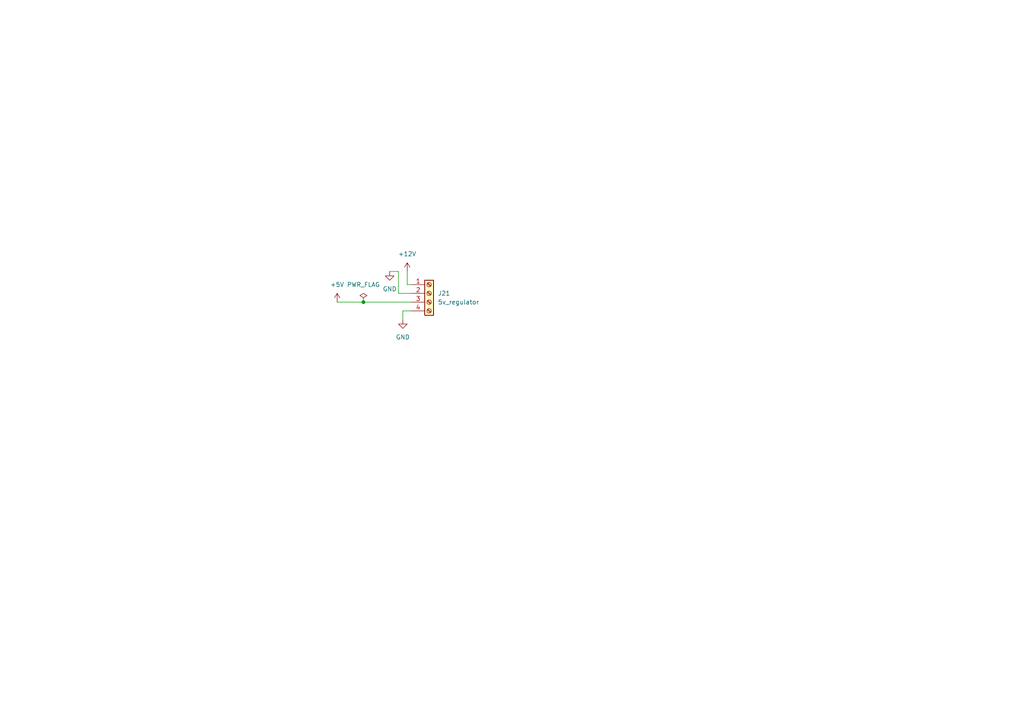
<source format=kicad_sch>
(kicad_sch (version 20230121) (generator eeschema)
  (paper "A4")
  (lib_symbols
    (symbol "Connector:Screw_Terminal_01x04" (pin_names (offset 1.016) hide)
      (property "Reference" "J" (at 0 5.08 0))
      (property "Value" "Screw_Terminal_01x04" (at 0 -7.62 0))
      (symbol "Screw_Terminal_01x04_1_1"
        (rectangle (start -1.27 3.81) (end 1.27 -6.35) (stroke (width 0.254)) (fill (type background)))
        (circle (center 0 -5.08) (radius 0.635) (stroke (width 0.1524)))
        (circle (center 0 -2.54) (radius 0.635) (stroke (width 0.1524)))
        (polyline (pts (xy -0.5334 -4.7498) (xy 0.3302 -5.588)) (stroke (width 0.1524)))
        (polyline (pts (xy -0.5334 -2.2098) (xy 0.3302 -3.048)) (stroke (width 0.1524)))
        (polyline (pts (xy -0.5334 0.3302) (xy 0.3302 -0.508)) (stroke (width 0.1524)))
        (polyline (pts (xy -0.5334 2.8702) (xy 0.3302 2.032)) (stroke (width 0.1524)))
        (polyline (pts (xy -0.3556 -4.572) (xy 0.508 -5.4102)) (stroke (width 0.1524)))
        (polyline (pts (xy -0.3556 -2.032) (xy 0.508 -2.8702)) (stroke (width 0.1524)))
        (polyline (pts (xy -0.3556 0.508) (xy 0.508 -0.3302)) (stroke (width 0.1524)))
        (polyline (pts (xy -0.3556 3.048) (xy 0.508 2.2098)) (stroke (width 0.1524)))
        (circle (center 0 0) (radius 0.635) (stroke (width 0.1524)))
        (circle (center 0 2.54) (radius 0.635) (stroke (width 0.1524)))
        (pin passive line (at -5.08 2.54 0) (length 3.81) (name "Pin_1") (number "1"))
        (pin passive line (at -5.08 0 0) (length 3.81) (name "Pin_2") (number "2"))
        (pin passive line (at -5.08 -2.54 0) (length 3.81) (name "Pin_3") (number "3"))
        (pin passive line (at -5.08 -5.08 0) (length 3.81) (name "Pin_4") (number "4"))
      )
    )
    (symbol "power:+12V" (power) (pin_names (offset 0))
      (property "Value" "+12V" (at 0 3.556 0))
      (symbol "+12V_0_1"
        (polyline (pts (xy -0.762 1.27) (xy 0 2.54)))
        (polyline (pts (xy 0 0) (xy 0 2.54)))
        (polyline (pts (xy 0 2.54) (xy 0.762 1.27)))
      )
      (symbol "+12V_1_1"
        (pin power_in line (at 0 0 90) (length 0) hide (name "+12V") (number "1"))
      )
    )
    (symbol "power:+5V" (power) (pin_names (offset 0))
      (property "Value" "+5V" (at 0 3.556 0))
      (symbol "+5V_0_1"
        (polyline (pts (xy -0.762 1.27) (xy 0 2.54)))
        (polyline (pts (xy 0 0) (xy 0 2.54)))
        (polyline (pts (xy 0 2.54) (xy 0.762 1.27)))
      )
      (symbol "+5V_1_1"
        (pin power_in line (at 0 0 90) (length 0) hide (name "+5V") (number "1"))
      )
    )
    (symbol "power:GND" (power) (pin_names (offset 0))
      (property "Value" "GND" (at 0 -3.81 0))
      (symbol "GND_0_1"
        (polyline (pts (xy 0 0) (xy 0 -1.27) (xy 1.27 -1.27) (xy 0 -2.54) (xy -1.27 -1.27) (xy 0 -1.27)))
      )
      (symbol "GND_1_1"
        (pin power_in line (at 0 0 270) (length 0) hide (name "GND") (number "1"))
      )
    )
    (symbol "power:PWR_FLAG" (power) (pin_numbers hide) (pin_names (offset 0) hide)
      (property "Value" "PWR_FLAG" (at 0 3.81 0))
      (symbol "PWR_FLAG_0_0"
        (pin power_out line (at 0 0 90) (length 0) (name "pwr") (number "1"))
      )
      (symbol "PWR_FLAG_0_1"
        (polyline (pts (xy 0 0) (xy 0 1.27) (xy -1.016 1.905) (xy 0 2.54) (xy 1.016 1.905) (xy 0 1.27)))
      )
    )
  )
  (junction (at 105.41 87.63))
  (wire (pts (xy 118.11 78.74) (xy 118.11 82.55)))
  (wire (pts (xy 118.11 82.55) (xy 119.38 82.55)))
  (wire (pts (xy 115.57 78.74) (xy 115.57 85.09)))
  (wire (pts (xy 116.84 92.71) (xy 116.84 90.17)))
  (wire (pts (xy 115.57 85.09) (xy 119.38 85.09)))
  (wire (pts (xy 105.41 87.63) (xy 119.38 87.63)))
  (wire (pts (xy 116.84 90.17) (xy 119.38 90.17)))
  (wire (pts (xy 113.03 78.74) (xy 115.57 78.74)))
  (wire (pts (xy 97.79 87.63) (xy 105.41 87.63)))
  (symbol (lib_id "power:GND") (at 113.03 78.74 0) (unit 1)
    (property "Reference" "#PWR044" (effects hide))
    (property "Value" "GND" (at 113.03 83.82 0))
  )
  (symbol (lib_id "power:GND") (at 116.84 92.71 0) (unit 1)
    (property "Reference" "#PWR046" (effects hide))
    (property "Value" "GND" (at 116.84 97.79 0))
  )
  (symbol (lib_id "Connector:Screw_Terminal_01x04") (at 124.46 85.09 0) (unit 1)
    (property "Reference" "J21" (at 127 85.09 0) (effects (justify left)))
    (property "Value" "5v_regulator" (at 127 87.63 0) (effects (justify left)))
    (property "Footprint" "TerminalBlock_Phoenix:TerminalBlock_Phoenix_PT-1,5-4-5.0-H_1x04_P5.00mm_Horizontal" (effects hide))
  )
  (symbol (lib_id "power:+12V") (at 118.11 78.74 0) (unit 1)
    (property "Reference" "#PWR043" (effects hide))
    (property "Value" "+12V" (at 118.11 73.66 0))
  )
  (symbol (lib_id "power:+5V") (at 97.79 87.63 0) (unit 1)
    (property "Reference" "#PWR045" (effects hide))
    (property "Value" "+5V" (at 97.79 82.55 0))
  )
  (symbol (lib_id "power:PWR_FLAG") (at 105.41 87.63 0) (unit 1)
    (property "Reference" "#FLG04" (effects hide))
    (property "Value" "PWR_FLAG" (at 105.41 82.55 0))
  )
)
</source>
